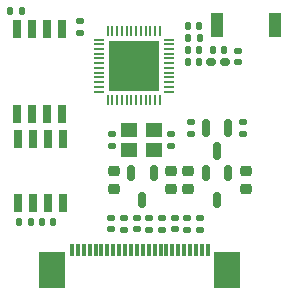
<source format=gbr>
%TF.GenerationSoftware,KiCad,Pcbnew,8.0.3*%
%TF.CreationDate,2024-10-06T18:51:06+08:00*%
%TF.ProjectId,Neko_Wireless_Transmission,4e656b6f-5f57-4697-9265-6c6573735f54,rev?*%
%TF.SameCoordinates,Original*%
%TF.FileFunction,Paste,Top*%
%TF.FilePolarity,Positive*%
%FSLAX46Y46*%
G04 Gerber Fmt 4.6, Leading zero omitted, Abs format (unit mm)*
G04 Created by KiCad (PCBNEW 8.0.3) date 2024-10-06 18:51:06*
%MOMM*%
%LPD*%
G01*
G04 APERTURE LIST*
G04 Aperture macros list*
%AMRoundRect*
0 Rectangle with rounded corners*
0 $1 Rounding radius*
0 $2 $3 $4 $5 $6 $7 $8 $9 X,Y pos of 4 corners*
0 Add a 4 corners polygon primitive as box body*
4,1,4,$2,$3,$4,$5,$6,$7,$8,$9,$2,$3,0*
0 Add four circle primitives for the rounded corners*
1,1,$1+$1,$2,$3*
1,1,$1+$1,$4,$5*
1,1,$1+$1,$6,$7*
1,1,$1+$1,$8,$9*
0 Add four rect primitives between the rounded corners*
20,1,$1+$1,$2,$3,$4,$5,0*
20,1,$1+$1,$4,$5,$6,$7,0*
20,1,$1+$1,$6,$7,$8,$9,0*
20,1,$1+$1,$8,$9,$2,$3,0*%
G04 Aperture macros list end*
%ADD10RoundRect,0.150000X-0.150000X0.512500X-0.150000X-0.512500X0.150000X-0.512500X0.150000X0.512500X0*%
%ADD11RoundRect,0.140000X0.170000X-0.140000X0.170000X0.140000X-0.170000X0.140000X-0.170000X-0.140000X0*%
%ADD12R,0.300000X1.100000*%
%ADD13R,2.300000X3.100000*%
%ADD14RoundRect,0.135000X-0.185000X0.135000X-0.185000X-0.135000X0.185000X-0.135000X0.185000X0.135000X0*%
%ADD15R,1.400000X1.200000*%
%ADD16RoundRect,0.135000X0.185000X-0.135000X0.185000X0.135000X-0.185000X0.135000X-0.185000X-0.135000X0*%
%ADD17RoundRect,0.160000X0.222500X0.160000X-0.222500X0.160000X-0.222500X-0.160000X0.222500X-0.160000X0*%
%ADD18RoundRect,0.225000X0.250000X-0.225000X0.250000X0.225000X-0.250000X0.225000X-0.250000X-0.225000X0*%
%ADD19RoundRect,0.225000X-0.250000X0.225000X-0.250000X-0.225000X0.250000X-0.225000X0.250000X0.225000X0*%
%ADD20RoundRect,0.140000X0.140000X0.170000X-0.140000X0.170000X-0.140000X-0.170000X0.140000X-0.170000X0*%
%ADD21R,0.700000X1.525000*%
%ADD22RoundRect,0.135000X0.135000X0.185000X-0.135000X0.185000X-0.135000X-0.185000X0.135000X-0.185000X0*%
%ADD23RoundRect,0.135000X-0.135000X-0.185000X0.135000X-0.185000X0.135000X0.185000X-0.135000X0.185000X0*%
%ADD24RoundRect,0.150000X-0.150000X0.587500X-0.150000X-0.587500X0.150000X-0.587500X0.150000X0.587500X0*%
%ADD25RoundRect,0.140000X-0.140000X-0.170000X0.140000X-0.170000X0.140000X0.170000X-0.140000X0.170000X0*%
%ADD26RoundRect,0.140000X-0.170000X0.140000X-0.170000X-0.140000X0.170000X-0.140000X0.170000X0.140000X0*%
%ADD27R,0.850000X0.200000*%
%ADD28R,0.200000X0.850000*%
%ADD29R,4.350000X4.350000*%
%ADD30R,1.000000X2.150000*%
%ADD31R,0.650000X1.650000*%
G04 APERTURE END LIST*
D10*
%TO.C,U2*%
X38440000Y-78035000D03*
X36540000Y-78035000D03*
X37490000Y-80310000D03*
%TD*%
D11*
%TO.C,C16*%
X32200000Y-66140000D03*
X32200000Y-65180000D03*
%TD*%
D12*
%TO.C,J1*%
X31520000Y-84510000D03*
X32020000Y-84510000D03*
X32520000Y-84510000D03*
X33020000Y-84510000D03*
X33520000Y-84510000D03*
X34020000Y-84510000D03*
X34520000Y-84510000D03*
X35020000Y-84510000D03*
X35520000Y-84510000D03*
X36020000Y-84510000D03*
X36520000Y-84510000D03*
X37020000Y-84510000D03*
X37520000Y-84510000D03*
X38020000Y-84510000D03*
X38520000Y-84510000D03*
X39020000Y-84510000D03*
X39520000Y-84510000D03*
X40020000Y-84510000D03*
X40520000Y-84510000D03*
X41020000Y-84510000D03*
X41520000Y-84510000D03*
X42020000Y-84510000D03*
X42520000Y-84510000D03*
X43020000Y-84510000D03*
D13*
X29850000Y-86210000D03*
X44690000Y-86210000D03*
%TD*%
D11*
%TO.C,C23*%
X40212855Y-82800000D03*
X40212855Y-81840000D03*
%TD*%
D14*
%TO.C,R3*%
X41281426Y-81810000D03*
X41281426Y-82830000D03*
%TD*%
D11*
%TO.C,C3*%
X45570000Y-68620000D03*
X45570000Y-67660000D03*
%TD*%
D15*
%TO.C,Y1*%
X36310000Y-76080000D03*
X38510000Y-76080000D03*
X38510000Y-74380000D03*
X36310000Y-74380000D03*
%TD*%
D16*
%TO.C,R8*%
X41640000Y-74710000D03*
X41640000Y-73690000D03*
%TD*%
D17*
%TO.C,L1*%
X44480000Y-68590000D03*
X43335000Y-68590000D03*
%TD*%
D11*
%TO.C,C25*%
X36997142Y-82800000D03*
X36997142Y-81840000D03*
%TD*%
D18*
%TO.C,C28*%
X39920000Y-79375000D03*
X39920000Y-77825000D03*
%TD*%
D14*
%TO.C,R7*%
X39144284Y-81810000D03*
X39144284Y-82830000D03*
%TD*%
%TO.C,R4*%
X42360000Y-81810000D03*
X42360000Y-82830000D03*
%TD*%
D18*
%TO.C,C26*%
X46240000Y-79380000D03*
X46240000Y-77830000D03*
%TD*%
D16*
%TO.C,R1*%
X35928571Y-82830000D03*
X35928571Y-81810000D03*
%TD*%
D19*
%TO.C,C30*%
X35060000Y-77825000D03*
X35060000Y-79375000D03*
%TD*%
D20*
%TO.C,C6*%
X44390000Y-67570000D03*
X43430000Y-67570000D03*
%TD*%
D21*
%TO.C,IC3*%
X30730000Y-75140000D03*
X29460000Y-75140000D03*
X28190000Y-75140000D03*
X26920000Y-75140000D03*
X26920000Y-80564000D03*
X28190000Y-80564000D03*
X29460000Y-80564000D03*
X30730000Y-80564000D03*
%TD*%
D22*
%TO.C,R5*%
X42340000Y-66616666D03*
X41320000Y-66616666D03*
%TD*%
D23*
%TO.C,R10*%
X27010000Y-82150000D03*
X28030000Y-82150000D03*
%TD*%
D20*
%TO.C,C29*%
X29910000Y-82150000D03*
X28950000Y-82150000D03*
%TD*%
D24*
%TO.C,Q1*%
X44760000Y-74250000D03*
X42860000Y-74250000D03*
X43810000Y-76125000D03*
%TD*%
D25*
%TO.C,C14*%
X41350000Y-67613332D03*
X42310000Y-67613332D03*
%TD*%
D10*
%TO.C,U1*%
X44760000Y-78040000D03*
X42860000Y-78040000D03*
X43810000Y-80315000D03*
%TD*%
D26*
%TO.C,C12*%
X39930000Y-74750000D03*
X39930000Y-75710000D03*
%TD*%
D20*
%TO.C,C13*%
X42310000Y-68600000D03*
X41350000Y-68600000D03*
%TD*%
D27*
%TO.C,IC2*%
X39700000Y-71130000D03*
X39700000Y-70730000D03*
X39700000Y-70330000D03*
X39700000Y-69930000D03*
X39700000Y-69530000D03*
X39700000Y-69130000D03*
X39700000Y-68730000D03*
X39700000Y-68330000D03*
X39700000Y-67930000D03*
X39700000Y-67530000D03*
X39700000Y-67130000D03*
X39700000Y-66730000D03*
D28*
X38950000Y-65980000D03*
X38550000Y-65980000D03*
X38150000Y-65980000D03*
X37750000Y-65980000D03*
X37350000Y-65980000D03*
X36950000Y-65980000D03*
X36550000Y-65980000D03*
X36150000Y-65980000D03*
X35750000Y-65980000D03*
X35350000Y-65980000D03*
X34950000Y-65980000D03*
X34550000Y-65980000D03*
D27*
X33800000Y-66730000D03*
X33800000Y-67130000D03*
X33800000Y-67530000D03*
X33800000Y-67930000D03*
X33800000Y-68330000D03*
X33800000Y-68730000D03*
X33800000Y-69130000D03*
X33800000Y-69530000D03*
X33800000Y-69930000D03*
X33800000Y-70330000D03*
X33800000Y-70730000D03*
X33800000Y-71130000D03*
D28*
X34550000Y-71880000D03*
X34950000Y-71880000D03*
X35350000Y-71880000D03*
X35750000Y-71880000D03*
X36150000Y-71880000D03*
X36550000Y-71880000D03*
X36950000Y-71880000D03*
X37350000Y-71880000D03*
X37750000Y-71880000D03*
X38150000Y-71880000D03*
X38550000Y-71880000D03*
X38950000Y-71880000D03*
D29*
X36750000Y-68930000D03*
%TD*%
D26*
%TO.C,C4*%
X34900000Y-74760000D03*
X34900000Y-75720000D03*
%TD*%
D30*
%TO.C,ANT1*%
X43810000Y-65490000D03*
X48710000Y-65490000D03*
%TD*%
D16*
%TO.C,R6*%
X45980000Y-74710000D03*
X45980000Y-73690000D03*
%TD*%
%TO.C,R9*%
X38065713Y-82830000D03*
X38065713Y-81810000D03*
%TD*%
D19*
%TO.C,C27*%
X41380000Y-77830000D03*
X41380000Y-79380000D03*
%TD*%
D31*
%TO.C,IC1*%
X26895000Y-73030000D03*
X28165000Y-73030000D03*
X29435000Y-73030000D03*
X30705000Y-73030000D03*
X30705000Y-65830000D03*
X29435000Y-65830000D03*
X28165000Y-65830000D03*
X26895000Y-65830000D03*
%TD*%
D11*
%TO.C,C24*%
X34860000Y-82800000D03*
X34860000Y-81840000D03*
%TD*%
D25*
%TO.C,C21*%
X41350000Y-65620000D03*
X42310000Y-65620000D03*
%TD*%
D20*
%TO.C,C17*%
X27250000Y-64270000D03*
X26290000Y-64270000D03*
%TD*%
M02*

</source>
